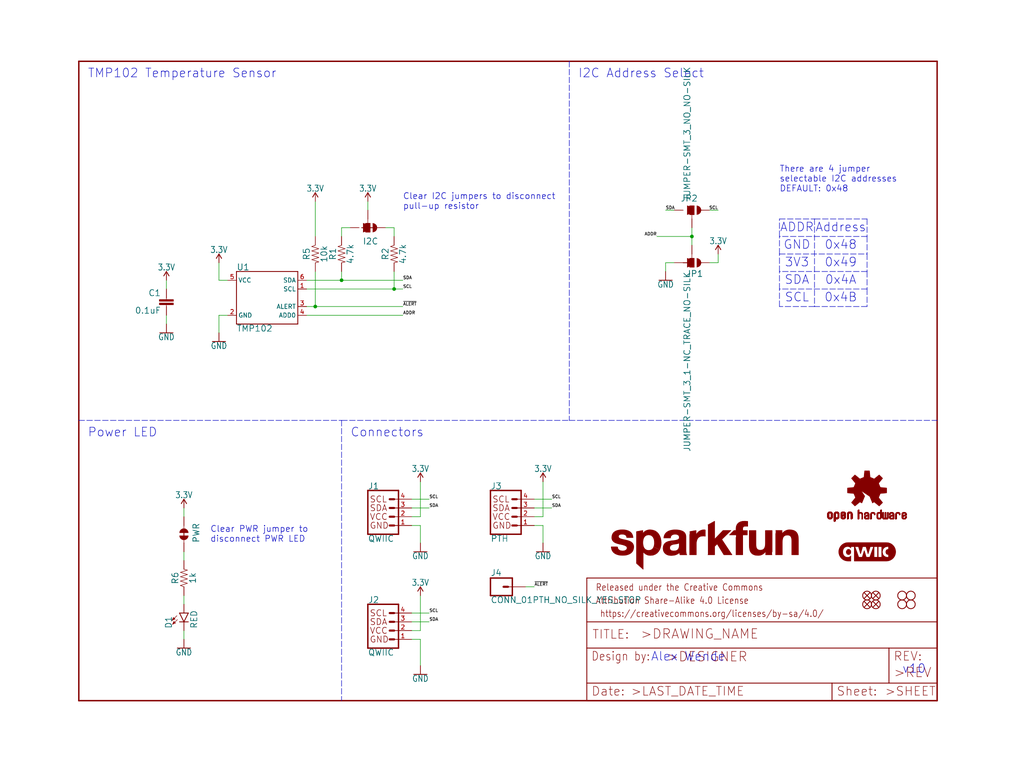
<source format=kicad_sch>
(kicad_sch (version 20211123) (generator eeschema)
  (paper "User" 297.002 223.926)
  (lib_symbols
    (symbol "eagleSchem-eagle-import:0.1UF-0603-25V-(+80{slash}-20%)"
      (property "Reference" "C" (at 1.524 2.921 0))
      (property "Value" "0.1UF-0603-25V-(+80{slash}-20%)" (at 1.524 -2.159 0))
      (symbol "0.1UF-0603-25V-(+80{slash}-20%)_1_0"
        (pin passive line (at 0 5.08 270) (length 2.54) (name "1") (number "1"))
        (pin passive line (at 0 -2.54 90) (length 2.54) (name "2") (number "2"))
      )
    )
    (symbol "eagleSchem-eagle-import:10KOHM-0603-1{slash}10W-1%"
      (property "Reference" "R" (at 0 1.524 0))
      (property "Value" "10KOHM-0603-1{slash}10W-1%" (at 0 -1.524 0))
      (symbol "10KOHM-0603-1{slash}10W-1%_1_0"
        (pin passive line (at -5.08 0 0) (length 2.54) (name "1") (number "1"))
        (pin passive line (at 5.08 0 180) (length 2.54) (name "2") (number "2"))
      )
    )
    (symbol "eagleSchem-eagle-import:1KOHM-0603-1{slash}10W-1%"
      (property "Reference" "R" (at 0 1.524 0))
      (property "Value" "1KOHM-0603-1{slash}10W-1%" (at 0 -1.524 0))
      (symbol "1KOHM-0603-1{slash}10W-1%_1_0"
        (pin passive line (at -5.08 0 0) (length 2.54) (name "1") (number "1"))
        (pin passive line (at 5.08 0 180) (length 2.54) (name "2") (number "2"))
      )
    )
    (symbol "eagleSchem-eagle-import:3.3V" (power)
      (property "Value" "3.3V" (at 0 2.794 0))
      (symbol "3.3V_1_0"
        (pin power_in line (at 0 0 90) (length 2.54) (name "3.3V") (number "1"))
      )
    )
    (symbol "eagleSchem-eagle-import:4.7KOHM-0603-1{slash}10W-1%"
      (property "Reference" "R" (at 0 1.524 0))
      (property "Value" "4.7KOHM-0603-1{slash}10W-1%" (at 0 -1.524 0))
      (symbol "4.7KOHM-0603-1{slash}10W-1%_1_0"
        (pin passive line (at -5.08 0 0) (length 2.54) (name "1") (number "1"))
        (pin passive line (at 5.08 0 180) (length 2.54) (name "2") (number "2"))
      )
    )
    (symbol "eagleSchem-eagle-import:CONN_01PTH_NO_SILK_YES_STOP"
      (property "Reference" "J" (at -2.54 3.048 0))
      (property "Value" "CONN_01PTH_NO_SILK_YES_STOP" (at -2.54 -4.826 0))
      (symbol "CONN_01PTH_NO_SILK_YES_STOP_1_0"
        (pin passive line (at 7.62 0 180) (length 5.08) (name "1") (number "1"))
      )
    )
    (symbol "eagleSchem-eagle-import:FIDUCIALUFIDUCIAL")
    (symbol "eagleSchem-eagle-import:FRAME-LETTER"
      (symbol "FRAME-LETTER_2_0"
        (text " https://creativecommons.org/licenses/by-sa/4.0/" (at 2.54 24.13 0) (effects (font (size 1.9304 1.6408)) (justify left bottom)))
        (text ">DESIGNER" (at 23.114 11.176 0) (effects (font (size 2.7432 2.7432)) (justify left bottom)))
        (text ">DRAWING_NAME" (at 15.494 17.78 0) (effects (font (size 2.7432 2.7432)) (justify left bottom)))
        (text ">LAST_DATE_TIME" (at 12.7 1.27 0) (effects (font (size 2.54 2.54)) (justify left bottom)))
        (text ">REV" (at 88.9 6.604 0) (effects (font (size 2.7432 2.7432)) (justify left bottom)))
        (text ">SHEET" (at 86.36 1.27 0) (effects (font (size 2.54 2.54)) (justify left bottom)))
        (text "Attribution Share-Alike 4.0 License" (at 2.54 27.94 0) (effects (font (size 1.9304 1.6408)) (justify left bottom)))
        (text "Date:" (at 1.27 1.27 0) (effects (font (size 2.54 2.54)) (justify left bottom)))
        (text "Design by:" (at 1.27 11.43 0) (effects (font (size 2.54 2.159)) (justify left bottom)))
        (text "Released under the Creative Commons" (at 2.54 31.75 0) (effects (font (size 1.9304 1.6408)) (justify left bottom)))
        (text "REV:" (at 88.9 11.43 0) (effects (font (size 2.54 2.54)) (justify left bottom)))
        (text "Sheet:" (at 72.39 1.27 0) (effects (font (size 2.54 2.54)) (justify left bottom)))
        (text "TITLE:" (at 1.524 17.78 0) (effects (font (size 2.54 2.54)) (justify left bottom)))
      )
    )
    (symbol "eagleSchem-eagle-import:GND" (power)
      (property "Value" "GND" (at 0 -0.254 0))
      (symbol "GND_1_0"
        (pin power_in line (at 0 2.54 270) (length 2.54) (name "GND") (number "1"))
      )
    )
    (symbol "eagleSchem-eagle-import:I2C_STANDARD_NO_SILK"
      (property "Reference" "J" (at -5.08 7.874 0))
      (property "Value" "I2C_STANDARD_NO_SILK" (at -5.08 -5.334 0))
      (symbol "I2C_STANDARD_NO_SILK_1_0"
        (text "GND" (at -4.572 -2.54 0) (effects (font (size 1.778 1.778)) (justify left)))
        (text "SCL" (at -4.572 5.08 0) (effects (font (size 1.778 1.778)) (justify left)))
        (text "SDA" (at -4.572 2.54 0) (effects (font (size 1.778 1.778)) (justify left)))
        (text "VCC" (at -4.572 0 0) (effects (font (size 1.778 1.778)) (justify left)))
        (pin power_in line (at 7.62 -2.54 180) (length 5.08) (name "1") (number "1"))
        (pin power_in line (at 7.62 0 180) (length 5.08) (name "2") (number "2"))
        (pin passive line (at 7.62 2.54 180) (length 5.08) (name "3") (number "3"))
        (pin passive line (at 7.62 5.08 180) (length 5.08) (name "4") (number "4"))
      )
    )
    (symbol "eagleSchem-eagle-import:JUMPER-SMT_2_NC_TRACE_SILK"
      (property "Reference" "JP" (at -2.54 2.54 0))
      (property "Value" "JUMPER-SMT_2_NC_TRACE_SILK" (at -2.54 -2.54 0))
      (symbol "JUMPER-SMT_2_NC_TRACE_SILK_1_0"
        (pin passive line (at -5.08 0 0) (length 2.54) (name "1") (number "1"))
        (pin passive line (at 5.08 0 180) (length 2.54) (name "2") (number "2"))
      )
    )
    (symbol "eagleSchem-eagle-import:JUMPER-SMT_3_1-NC_TRACE_NO-SILK"
      (property "Reference" "JP" (at 2.54 0.381 0))
      (property "Value" "JUMPER-SMT_3_1-NC_TRACE_NO-SILK" (at 2.54 -0.381 0))
      (symbol "JUMPER-SMT_3_1-NC_TRACE_NO-SILK_1_0"
        (pin passive line (at 0 5.08 270) (length 2.54) (name "1") (number "1"))
        (pin passive line (at -5.08 0 0) (length 2.54) (name "2") (number "2"))
        (pin passive line (at 0 -5.08 90) (length 2.54) (name "3") (number "3"))
      )
    )
    (symbol "eagleSchem-eagle-import:JUMPER-SMT_3_2-NC_TRACE_SILK"
      (property "Reference" "JP" (at 2.54 0.381 0))
      (property "Value" "JUMPER-SMT_3_2-NC_TRACE_SILK" (at 2.54 -0.381 0))
      (symbol "JUMPER-SMT_3_2-NC_TRACE_SILK_1_0"
        (pin passive line (at 0 5.08 270) (length 2.54) (name "1") (number "1"))
        (pin passive line (at -5.08 0 0) (length 2.54) (name "2") (number "2"))
        (pin passive line (at 0 -5.08 90) (length 2.54) (name "3") (number "3"))
      )
    )
    (symbol "eagleSchem-eagle-import:JUMPER-SMT_3_NO_NO-SILK"
      (property "Reference" "JP" (at 2.54 0.381 0))
      (property "Value" "JUMPER-SMT_3_NO_NO-SILK" (at 2.54 -0.381 0))
      (symbol "JUMPER-SMT_3_NO_NO-SILK_1_0"
        (pin passive line (at 0 5.08 270) (length 2.54) (name "1") (number "1"))
        (pin passive line (at -5.08 0 0) (length 2.54) (name "2") (number "2"))
        (pin passive line (at 0 -5.08 90) (length 2.54) (name "3") (number "3"))
      )
    )
    (symbol "eagleSchem-eagle-import:LED-RED0603"
      (property "Reference" "D" (at -3.429 -4.572 90))
      (property "Value" "LED-RED0603" (at 1.905 -4.572 90))
      (symbol "LED-RED0603_1_0"
        (pin passive line (at 0 2.54 270) (length 2.54) (name "A") (number "A"))
        (pin passive line (at 0 -5.08 90) (length 2.54) (name "C") (number "C"))
      )
    )
    (symbol "eagleSchem-eagle-import:OSHW-LOGOS")
    (symbol "eagleSchem-eagle-import:QWIIC_CONNECTORJS-1MM"
      (property "Reference" "J" (at -5.08 7.874 0))
      (property "Value" "QWIIC_CONNECTORJS-1MM" (at -5.08 -5.334 0))
      (symbol "QWIIC_CONNECTORJS-1MM_1_0"
        (text "GND" (at -4.572 -2.54 0) (effects (font (size 1.778 1.778)) (justify left)))
        (text "SCL" (at -4.572 5.08 0) (effects (font (size 1.778 1.778)) (justify left)))
        (text "SDA" (at -4.572 2.54 0) (effects (font (size 1.778 1.778)) (justify left)))
        (text "VCC" (at -4.572 0 0) (effects (font (size 1.778 1.778)) (justify left)))
        (pin power_in line (at 7.62 -2.54 180) (length 5.08) (name "1") (number "1"))
        (pin power_in line (at 7.62 0 180) (length 5.08) (name "2") (number "2"))
        (pin passive line (at 7.62 2.54 180) (length 5.08) (name "3") (number "3"))
        (pin passive line (at 7.62 5.08 180) (length 5.08) (name "4") (number "4"))
      )
    )
    (symbol "eagleSchem-eagle-import:QWIIC_LOGO_5MM")
    (symbol "eagleSchem-eagle-import:SFE_LOGO_NAME.1_INCH")
    (symbol "eagleSchem-eagle-import:STAND-OFF")
    (symbol "eagleSchem-eagle-import:TMP102"
      (property "Reference" "U" (at -10.16 7.874 0))
      (property "Value" "TMP102" (at -10.16 -7.874 0))
      (symbol "TMP102_1_0"
        (pin bidirectional line (at 10.16 2.54 180) (length 2.54) (name "SCL") (number "1"))
        (pin bidirectional line (at -12.7 -5.08 0) (length 2.54) (name "GND") (number "2"))
        (pin bidirectional line (at 10.16 -2.54 180) (length 2.54) (name "ALERT") (number "3"))
        (pin bidirectional line (at 10.16 -5.08 180) (length 2.54) (name "ADD0") (number "4"))
        (pin bidirectional line (at -12.7 5.08 0) (length 2.54) (name "VCC") (number "5"))
        (pin bidirectional line (at 10.16 5.08 180) (length 2.54) (name "SDA") (number "6"))
      )
    )
  )
  (junction (at 99.06 81.28))
  (junction (at 200.66 68.58))
  (junction (at 114.3 83.82))
  (junction (at 91.44 88.9))
  (wire (pts (xy 208.28 73.66) (xy 208.28 76.2)))
  (wire (pts (xy 121.92 182.88) (xy 121.92 172.72)))
  (polyline (pts (xy 251.46 88.9) (xy 236.22 88.9)))
  (wire (pts (xy 99.06 66.04) (xy 99.06 68.58)))
  (polyline (pts (xy 251.46 73.66) (xy 251.46 78.74)))
  (wire (pts (xy 121.92 185.42) (xy 121.92 193.04)))
  (wire (pts (xy 101.6 66.04) (xy 99.06 66.04)))
  (wire (pts (xy 157.48 152.4) (xy 157.48 157.48)))
  (polyline (pts (xy 236.22 63.5) (xy 236.22 88.9)))
  (polyline (pts (xy 165.1 121.92) (xy 271.78 121.92)))
  (polyline (pts (xy 251.46 78.74) (xy 226.06 78.74)))
  (wire (pts (xy 53.34 182.88) (xy 53.34 185.42)))
  (wire (pts (xy 119.38 180.34) (xy 124.46 180.34)))
  (wire (pts (xy 121.92 149.86) (xy 121.92 139.7)))
  (wire (pts (xy 88.9 81.28) (xy 99.06 81.28)))
  (wire (pts (xy 200.66 68.58) (xy 200.66 71.12)))
  (wire (pts (xy 119.38 177.8) (xy 124.46 177.8)))
  (wire (pts (xy 200.66 66.04) (xy 200.66 68.58)))
  (polyline (pts (xy 226.06 73.66) (xy 226.06 68.58)))
  (wire (pts (xy 48.26 81.28) (xy 48.26 83.82)))
  (polyline (pts (xy 251.46 68.58) (xy 251.46 73.66)))
  (wire (pts (xy 114.3 66.04) (xy 114.3 68.58)))
  (wire (pts (xy 53.34 162.56) (xy 53.34 160.02)))
  (polyline (pts (xy 99.06 121.92) (xy 165.1 121.92)))
  (polyline (pts (xy 251.46 83.82) (xy 226.06 83.82)))
  (wire (pts (xy 66.04 81.28) (xy 63.5 81.28)))
  (wire (pts (xy 119.38 147.32) (xy 124.46 147.32)))
  (wire (pts (xy 88.9 88.9) (xy 91.44 88.9)))
  (wire (pts (xy 157.48 149.86) (xy 157.48 139.7)))
  (wire (pts (xy 119.38 185.42) (xy 121.92 185.42)))
  (polyline (pts (xy 251.46 68.58) (xy 226.06 68.58)))
  (wire (pts (xy 63.5 81.28) (xy 63.5 76.2)))
  (polyline (pts (xy 236.22 63.5) (xy 251.46 63.5)))
  (polyline (pts (xy 226.06 63.5) (xy 236.22 63.5)))
  (polyline (pts (xy 226.06 68.58) (xy 226.06 63.5)))
  (wire (pts (xy 91.44 88.9) (xy 116.84 88.9)))
  (polyline (pts (xy 226.06 78.74) (xy 226.06 73.66)))
  (wire (pts (xy 88.9 91.44) (xy 116.84 91.44)))
  (wire (pts (xy 119.38 144.78) (xy 124.46 144.78)))
  (polyline (pts (xy 251.46 78.74) (xy 251.46 83.82)))
  (wire (pts (xy 114.3 83.82) (xy 116.84 83.82)))
  (wire (pts (xy 154.94 149.86) (xy 157.48 149.86)))
  (polyline (pts (xy 226.06 83.82) (xy 226.06 78.74)))
  (wire (pts (xy 121.92 152.4) (xy 121.92 157.48)))
  (polyline (pts (xy 22.86 121.92) (xy 99.06 121.92)))
  (wire (pts (xy 195.58 60.96) (xy 193.04 60.96)))
  (wire (pts (xy 205.74 60.96) (xy 208.28 60.96)))
  (wire (pts (xy 99.06 81.28) (xy 116.84 81.28)))
  (wire (pts (xy 119.38 152.4) (xy 121.92 152.4)))
  (polyline (pts (xy 226.06 73.66) (xy 251.46 73.66)))
  (wire (pts (xy 114.3 83.82) (xy 114.3 78.74)))
  (wire (pts (xy 195.58 76.2) (xy 193.04 76.2)))
  (wire (pts (xy 63.5 91.44) (xy 63.5 96.52)))
  (wire (pts (xy 48.26 93.98) (xy 48.26 91.44)))
  (wire (pts (xy 154.94 144.78) (xy 160.02 144.78)))
  (wire (pts (xy 200.66 68.58) (xy 190.5 68.58)))
  (wire (pts (xy 53.34 149.86) (xy 53.34 147.32)))
  (wire (pts (xy 91.44 68.58) (xy 91.44 58.42)))
  (wire (pts (xy 208.28 76.2) (xy 205.74 76.2)))
  (polyline (pts (xy 99.06 121.92) (xy 99.06 203.2)))
  (wire (pts (xy 53.34 172.72) (xy 53.34 175.26)))
  (polyline (pts (xy 251.46 83.82) (xy 251.46 88.9)))
  (polyline (pts (xy 226.06 88.9) (xy 226.06 83.82)))
  (wire (pts (xy 154.94 152.4) (xy 157.48 152.4)))
  (polyline (pts (xy 236.22 88.9) (xy 226.06 88.9)))
  (wire (pts (xy 91.44 78.74) (xy 91.44 88.9)))
  (wire (pts (xy 119.38 149.86) (xy 121.92 149.86)))
  (wire (pts (xy 66.04 91.44) (xy 63.5 91.44)))
  (wire (pts (xy 152.4 170.18) (xy 154.94 170.18)))
  (wire (pts (xy 119.38 182.88) (xy 121.92 182.88)))
  (wire (pts (xy 193.04 76.2) (xy 193.04 78.74)))
  (polyline (pts (xy 165.1 17.78) (xy 165.1 121.92)))
  (wire (pts (xy 111.76 66.04) (xy 114.3 66.04)))
  (wire (pts (xy 88.9 83.82) (xy 114.3 83.82)))
  (wire (pts (xy 154.94 147.32) (xy 160.02 147.32)))
  (polyline (pts (xy 251.46 63.5) (xy 251.46 68.58)))
  (wire (pts (xy 106.68 60.96) (xy 106.68 58.42)))
  (wire (pts (xy 99.06 81.28) (xy 99.06 78.74)))
  (text "TMP102 Temperature Sensor" (at 25.4 22.86 180) (effects (font (size 2.54 2.54)) (justify left bottom)))
  (text "ADDR" (at 231.14 66.04 180) (effects (font (size 2.54 2.54))))
  (text "0x4A" (at 243.84 81.28 180) (effects (font (size 2.54 2.54))))
  (text "Address" (at 243.84 66.04 180) (effects (font (size 2.54 2.54))))
  (text "v10" (at 261.62 195.58 180) (effects (font (size 2.54 2.54)) (justify left bottom)))
  (text "Clear PWR jumper to\ndisconnect PWR LED" (at 60.96 157.48 180) (effects (font (size 1.778 1.778)) (justify left bottom)))
  (text "SCL" (at 231.14 86.36 180) (effects (font (size 2.54 2.54))))
  (text "I2C Address Select" (at 167.64 22.86 180) (effects (font (size 2.54 2.54)) (justify left bottom)))
  (text "Alex Wende" (at 188.722 192.024 180) (effects (font (size 2.54 2.54)) (justify left bottom)))
  (text "0x49" (at 243.84 76.2 180) (effects (font (size 2.54 2.54))))
  (text "Connectors" (at 101.6 127 180) (effects (font (size 2.54 2.54)) (justify left bottom)))
  (text "0x4B" (at 243.84 86.36 180) (effects (font (size 2.54 2.54))))
  (text "GND" (at 231.14 71.12 180) (effects (font (size 2.54 2.54))))
  (text "3V3" (at 231.14 76.2 180) (effects (font (size 2.54 2.54))))
  (text "Power LED" (at 25.4 127 180) (effects (font (size 2.54 2.54)) (justify left bottom)))
  (text "There are 4 jumper\nselectable I2C addresses\nDEFAULT: 0x48" (at 226.06 55.88 0) (effects (font (size 1.778 1.778)) (justify left bottom)))
  (text "0x48" (at 243.84 71.12 180) (effects (font (size 2.54 2.54))))
  (text "SDA" (at 231.14 81.28 180) (effects (font (size 2.54 2.54))))
  (text "Clear I2C jumpers to disconnect\npull-up resistor" (at 116.84 60.96 180) (effects (font (size 1.778 1.778)) (justify left bottom)))
  (label "SCL" (at 208.28 60.96 180) (effects (font (size 0.889 0.889))))
  (label "SCL" (at 124.46 144.78 0) (effects (font (size 0.889 0.889))))
  (label "SDA" (at 124.46 147.32 0) (effects (font (size 0.889 0.889))))
  (label "ADDR" (at 190.5 68.58 180) (effects (font (size 0.889 0.889))))
  (label "~{ALERT}" (at 154.94 170.18 0) (effects (font (size 0.889 0.889))))
  (label "SDA" (at 193.04 60.96 0) (effects (font (size 0.889 0.889))))
  (label "SDA" (at 124.46 180.34 0) (effects (font (size 0.889 0.889))))
  (label "SCL" (at 116.84 83.82 0) (effects (font (size 0.889 0.889))))
  (label "ADDR" (at 116.84 91.44 0) (effects (font (size 0.889 0.889))))
  (label "SDA" (at 116.84 81.28 0) (effects (font (size 0.889 0.889))))
  (label "~{ALERT}" (at 116.84 88.9 0) (effects (font (size 0.889 0.889))))
  (label "SCL" (at 124.46 177.8 0) (effects (font (size 0.889 0.889))))
  (label "SCL" (at 160.02 144.78 0) (effects (font (size 0.889 0.889))))
  (label "SDA" (at 160.02 147.32 0) (effects (font (size 0.889 0.889))))
  (symbol (lib_id "eagleSchem-eagle-import:GND") (at 193.04 81.28 0) (unit 1)
    (property "Reference" "#GND3" (effects hide))
    (property "Value" "GND" (at 193.04 81.534 0) (effects (font (size 1.778 1.5113)) (justify top)))
    (property "Footprint" "eagleSchem:" (effects hide))
  )
  (symbol (lib_id "eagleSchem-eagle-import:JUMPER-SMT_3_1-NC_TRACE_NO-SILK") (at 200.66 76.2 270) (unit 1)
    (property "Reference" "JP1" (at 198.882 80.391 90) (effects (font (size 1.778 1.778)) (justify left bottom)))
    (property "Value" "JUMPER-SMT_3_1-NC_TRACE_NO-SILK" (at 200.279 78.74 0) (effects (font (size 1.778 1.778)) (justify left top)))
    (property "Footprint" "eagleSchem:SMT-JUMPER_3_1-NC_TRACE_NO-SILK" (effects hide))
  )
  (symbol (lib_id "eagleSchem-eagle-import:SFE_LOGO_NAME.1_INCH") (at 175.26 165.1 0) (unit 1)
    (property "Reference" "LOGO1" (effects hide))
    (property "Value" "SFE_LOGO_NAME.1_INCH" (effects hide))
    (property "Footprint" "eagleSchem:SFE_LOGO_NAME_.1" (effects hide))
  )
  (symbol (lib_id "eagleSchem-eagle-import:FRAME-LETTER") (at 22.86 203.2 0) (unit 1)
    (property "Reference" "FRAME1" (effects hide))
    (property "Value" "FRAME-LETTER" (effects hide))
    (property "Footprint" "eagleSchem:CREATIVE_COMMONS" (effects hide))
  )
  (symbol (lib_id "eagleSchem-eagle-import:GND") (at 121.92 195.58 0) (unit 1)
    (property "Reference" "#GND7" (effects hide))
    (property "Value" "GND" (at 121.92 195.834 0) (effects (font (size 1.778 1.5113)) (justify top)))
    (property "Footprint" "eagleSchem:" (effects hide))
  )
  (symbol (lib_id "eagleSchem-eagle-import:STAND-OFF") (at 261.62 172.72 0) (unit 1)
    (property "Reference" "H4" (effects hide))
    (property "Value" "STAND-OFF" (effects hide))
    (property "Footprint" "eagleSchem:STAND-OFF" (effects hide))
  )
  (symbol (lib_id "eagleSchem-eagle-import:0.1UF-0603-25V-(+80{slash}-20%)") (at 48.26 88.9 0) (mirror y) (unit 1)
    (property "Reference" "C1" (at 46.736 85.979 0) (effects (font (size 1.778 1.778)) (justify left bottom)))
    (property "Value" "0.1uF" (at 46.736 91.059 0) (effects (font (size 1.778 1.778)) (justify left bottom)))
    (property "Footprint" "eagleSchem:0603" (effects hide))
  )
  (symbol (lib_id "eagleSchem-eagle-import:JUMPER-SMT_2_NC_TRACE_SILK") (at 53.34 154.94 90) (unit 1)
    (property "Reference" "JP4" (effects hide))
    (property "Value" "PWR" (at 55.88 157.48 0) (effects (font (size 1.778 1.778)) (justify left top)))
    (property "Footprint" "eagleSchem:SMT-JUMPER_2_NC_TRACE_SILK" (effects hide))
  )
  (symbol (lib_id "eagleSchem-eagle-import:4.7KOHM-0603-1{slash}10W-1%") (at 114.3 73.66 90) (mirror x) (unit 1)
    (property "Reference" "R2" (at 112.776 73.66 0) (effects (font (size 1.778 1.778)) (justify bottom)))
    (property "Value" "4.7k" (at 115.824 73.66 0) (effects (font (size 1.778 1.778)) (justify top)))
    (property "Footprint" "eagleSchem:0603" (effects hide))
  )
  (symbol (lib_id "eagleSchem-eagle-import:3.3V") (at 121.92 139.7 0) (unit 1)
    (property "Reference" "#SUPPLY7" (effects hide))
    (property "Value" "3.3V" (at 121.92 136.906 0) (effects (font (size 1.778 1.5113)) (justify bottom)))
    (property "Footprint" "eagleSchem:" (effects hide))
  )
  (symbol (lib_id "eagleSchem-eagle-import:QWIIC_CONNECTORJS-1MM") (at 111.76 182.88 0) (unit 1)
    (property "Reference" "J2" (at 106.68 175.006 0) (effects (font (size 1.778 1.778)) (justify left bottom)))
    (property "Value" "QWIIC" (at 106.68 188.214 0) (effects (font (size 1.778 1.778)) (justify left top)))
    (property "Footprint" "eagleSchem:JST04_1MM_RA" (effects hide))
  )
  (symbol (lib_id "eagleSchem-eagle-import:GND") (at 53.34 187.96 0) (unit 1)
    (property "Reference" "#GND4" (effects hide))
    (property "Value" "GND" (at 53.34 188.214 0) (effects (font (size 1.778 1.5113)) (justify top)))
    (property "Footprint" "eagleSchem:" (effects hide))
  )
  (symbol (lib_id "eagleSchem-eagle-import:GND") (at 157.48 160.02 0) (unit 1)
    (property "Reference" "#GND6" (effects hide))
    (property "Value" "GND" (at 157.48 160.274 0) (effects (font (size 1.778 1.5113)) (justify top)))
    (property "Footprint" "eagleSchem:" (effects hide))
  )
  (symbol (lib_id "eagleSchem-eagle-import:GND") (at 121.92 160.02 0) (unit 1)
    (property "Reference" "#GND5" (effects hide))
    (property "Value" "GND" (at 121.92 160.274 0) (effects (font (size 1.778 1.5113)) (justify top)))
    (property "Footprint" "eagleSchem:" (effects hide))
  )
  (symbol (lib_id "eagleSchem-eagle-import:GND") (at 48.26 96.52 0) (unit 1)
    (property "Reference" "#GND1" (effects hide))
    (property "Value" "GND" (at 48.26 96.774 0) (effects (font (size 1.778 1.5113)) (justify top)))
    (property "Footprint" "eagleSchem:" (effects hide))
  )
  (symbol (lib_id "eagleSchem-eagle-import:1KOHM-0603-1{slash}10W-1%") (at 53.34 167.64 90) (unit 1)
    (property "Reference" "R6" (at 51.816 167.64 0) (effects (font (size 1.778 1.778)) (justify bottom)))
    (property "Value" "1k" (at 54.864 167.64 0) (effects (font (size 1.778 1.778)) (justify top)))
    (property "Footprint" "eagleSchem:0603" (effects hide))
  )
  (symbol (lib_id "eagleSchem-eagle-import:LED-RED0603") (at 53.34 177.8 0) (unit 1)
    (property "Reference" "D1" (at 49.911 182.372 90) (effects (font (size 1.778 1.778)) (justify left bottom)))
    (property "Value" "RED" (at 55.245 182.372 90) (effects (font (size 1.778 1.778)) (justify left top)))
    (property "Footprint" "eagleSchem:LED-0603" (effects hide))
  )
  (symbol (lib_id "eagleSchem-eagle-import:JUMPER-SMT_3_2-NC_TRACE_SILK") (at 106.68 66.04 270) (unit 1)
    (property "Reference" "JP3" (effects hide))
    (property "Value" "I2C" (at 105.156 68.961 90) (effects (font (size 1.778 1.778)) (justify left top)))
    (property "Footprint" "eagleSchem:SMT-JUMPER_3_2-NC_TRACE_SILK" (effects hide))
  )
  (symbol (lib_id "eagleSchem-eagle-import:3.3V") (at 63.5 76.2 0) (unit 1)
    (property "Reference" "#SUPPLY4" (effects hide))
    (property "Value" "3.3V" (at 63.5 73.406 0) (effects (font (size 1.778 1.5113)) (justify bottom)))
    (property "Footprint" "eagleSchem:" (effects hide))
  )
  (symbol (lib_id "eagleSchem-eagle-import:FIDUCIALUFIDUCIAL") (at 254 175.26 0) (unit 1)
    (property "Reference" "FD2" (effects hide))
    (property "Value" "FIDUCIALUFIDUCIAL" (effects hide))
    (property "Footprint" "eagleSchem:FIDUCIAL-MICRO" (effects hide))
  )
  (symbol (lib_id "eagleSchem-eagle-import:GND") (at 63.5 99.06 0) (unit 1)
    (property "Reference" "#GND2" (effects hide))
    (property "Value" "GND" (at 63.5 99.314 0) (effects (font (size 1.778 1.5113)) (justify top)))
    (property "Footprint" "eagleSchem:" (effects hide))
  )
  (symbol (lib_id "eagleSchem-eagle-import:OSHW-LOGOS") (at 251.46 142.24 0) (unit 1)
    (property "Reference" "LOGO3" (effects hide))
    (property "Value" "OSHW-LOGOS" (effects hide))
    (property "Footprint" "eagleSchem:OSHW-LOGO-S" (effects hide))
  )
  (symbol (lib_id "eagleSchem-eagle-import:3.3V") (at 48.26 81.28 0) (unit 1)
    (property "Reference" "#SUPPLY6" (effects hide))
    (property "Value" "3.3V" (at 48.26 78.486 0) (effects (font (size 1.778 1.5113)) (justify bottom)))
    (property "Footprint" "eagleSchem:" (effects hide))
  )
  (symbol (lib_id "eagleSchem-eagle-import:JUMPER-SMT_3_NO_NO-SILK") (at 200.66 60.96 270) (mirror x) (unit 1)
    (property "Reference" "JP2" (at 202.438 58.547 90) (effects (font (size 1.778 1.778)) (justify right top)))
    (property "Value" "JUMPER-SMT_3_NO_NO-SILK" (at 200.279 58.42 0) (effects (font (size 1.778 1.778)) (justify left top)))
    (property "Footprint" "eagleSchem:SMT-JUMPER_3_NO_NO-SILK" (effects hide))
  )
  (symbol (lib_id "eagleSchem-eagle-import:I2C_STANDARD_NO_SILK") (at 147.32 149.86 0) (unit 1)
    (property "Reference" "J3" (at 142.24 141.986 0) (effects (font (size 1.778 1.778)) (justify left bottom)))
    (property "Value" "PTH" (at 142.24 155.194 0) (effects (font (size 1.778 1.778)) (justify left top)))
    (property "Footprint" "eagleSchem:1X04_NO_SILK" (effects hide))
  )
  (symbol (lib_id "eagleSchem-eagle-import:TMP102") (at 78.74 86.36 0) (unit 1)
    (property "Reference" "U1" (at 68.58 78.486 0) (effects (font (size 1.778 1.778)) (justify left bottom)))
    (property "Value" "TMP102" (at 68.58 94.234 0) (effects (font (size 1.778 1.778)) (justify left top)))
    (property "Footprint" "eagleSchem:SOT563" (effects hide))
  )
  (symbol (lib_id "eagleSchem-eagle-import:FIDUCIALUFIDUCIAL") (at 251.46 175.26 0) (unit 1)
    (property "Reference" "FD3" (effects hide))
    (property "Value" "FIDUCIALUFIDUCIAL" (effects hide))
    (property "Footprint" "eagleSchem:FIDUCIAL-MICRO" (effects hide))
  )
  (symbol (lib_id "eagleSchem-eagle-import:CONN_01PTH_NO_SILK_YES_STOP") (at 144.78 170.18 0) (unit 1)
    (property "Reference" "J4" (at 142.24 167.132 0) (effects (font (size 1.778 1.778)) (justify left bottom)))
    (property "Value" "CONN_01PTH_NO_SILK_YES_STOP" (at 142.24 175.006 0) (effects (font (size 1.778 1.778)) (justify left bottom)))
    (property "Footprint" "eagleSchem:1X01_NO_SILK" (effects hide))
  )
  (symbol (lib_id "eagleSchem-eagle-import:3.3V") (at 157.48 139.7 0) (unit 1)
    (property "Reference" "#SUPPLY8" (effects hide))
    (property "Value" "3.3V" (at 157.48 136.906 0) (effects (font (size 1.778 1.5113)) (justify bottom)))
    (property "Footprint" "eagleSchem:" (effects hide))
  )
  (symbol (lib_id "eagleSchem-eagle-import:STAND-OFF") (at 264.16 172.72 0) (unit 1)
    (property "Reference" "H1" (effects hide))
    (property "Value" "STAND-OFF" (effects hide))
    (property "Footprint" "eagleSchem:STAND-OFF" (effects hide))
  )
  (symbol (lib_id "eagleSchem-eagle-import:STAND-OFF") (at 264.16 175.26 0) (unit 1)
    (property "Reference" "H2" (effects hide))
    (property "Value" "STAND-OFF" (effects hide))
    (property "Footprint" "eagleSchem:STAND-OFF" (effects hide))
  )
  (symbol (lib_id "eagleSchem-eagle-import:QWIIC_LOGO_5MM") (at 251.46 160.02 0) (unit 1)
    (property "Reference" "LOGO2" (effects hide))
    (property "Value" "QWIIC_LOGO_5MM" (effects hide))
    (property "Footprint" "eagleSchem:QWIIC_5MM" (effects hide))
  )
  (symbol (lib_id "eagleSchem-eagle-import:3.3V") (at 91.44 58.42 0) (unit 1)
    (property "Reference" "#SUPPLY3" (effects hide))
    (property "Value" "3.3V" (at 91.44 55.626 0) (effects (font (size 1.778 1.5113)) (justify bottom)))
    (property "Footprint" "eagleSchem:" (effects hide))
  )
  (symbol (lib_id "eagleSchem-eagle-import:3.3V") (at 208.28 73.66 0) (unit 1)
    (property "Reference" "#SUPPLY5" (effects hide))
    (property "Value" "3.3V" (at 208.28 70.866 0) (effects (font (size 1.778 1.5113)) (justify bottom)))
    (property "Footprint" "eagleSchem:" (effects hide))
  )
  (symbol (lib_id "eagleSchem-eagle-import:QWIIC_CONNECTORJS-1MM") (at 111.76 149.86 0) (unit 1)
    (property "Reference" "J1" (at 106.68 141.986 0) (effects (font (size 1.778 1.778)) (justify left bottom)))
    (property "Value" "QWIIC" (at 106.68 155.194 0) (effects (font (size 1.778 1.778)) (justify left top)))
    (property "Footprint" "eagleSchem:JST04_1MM_RA" (effects hide))
  )
  (symbol (lib_id "eagleSchem-eagle-import:STAND-OFF") (at 261.62 175.26 0) (unit 1)
    (property "Reference" "H3" (effects hide))
    (property "Value" "STAND-OFF" (effects hide))
    (property "Footprint" "eagleSchem:STAND-OFF" (effects hide))
  )
  (symbol (lib_id "eagleSchem-eagle-import:FRAME-LETTER") (at 170.18 203.2 0) (unit 2)
    (property "Reference" "FRAME1" (effects hide))
    (property "Value" "FRAME-LETTER" (effects hide))
    (property "Footprint" "eagleSchem:CREATIVE_COMMONS" (effects hide))
  )
  (symbol (lib_id "eagleSchem-eagle-import:FIDUCIALUFIDUCIAL") (at 251.46 172.72 0) (unit 1)
    (property "Reference" "FD4" (effects hide))
    (property "Value" "FIDUCIALUFIDUCIAL" (effects hide))
    (property "Footprint" "eagleSchem:FIDUCIAL-MICRO" (effects hide))
  )
  (symbol (lib_id "eagleSchem-eagle-import:3.3V") (at 106.68 58.42 0) (unit 1)
    (property "Reference" "#SUPPLY2" (effects hide))
    (property "Value" "3.3V" (at 106.68 55.626 0) (effects (font (size 1.778 1.5113)) (justify bottom)))
    (property "Footprint" "eagleSchem:" (effects hide))
  )
  (symbol (lib_id "eagleSchem-eagle-import:10KOHM-0603-1{slash}10W-1%") (at 91.44 73.66 90) (mirror x) (unit 1)
    (property "Reference" "R5" (at 89.916 73.66 0) (effects (font (size 1.778 1.778)) (justify bottom)))
    (property "Value" "10k" (at 92.964 73.66 0) (effects (font (size 1.778 1.778)) (justify top)))
    (property "Footprint" "eagleSchem:0603" (effects hide))
  )
  (symbol (lib_id "eagleSchem-eagle-import:3.3V") (at 53.34 147.32 0) (unit 1)
    (property "Reference" "#SUPPLY1" (effects hide))
    (property "Value" "3.3V" (at 53.34 144.526 0) (effects (font (size 1.778 1.5113)) (justify bottom)))
    (property "Footprint" "eagleSchem:" (effects hide))
  )
  (symbol (lib_id "eagleSchem-eagle-import:FIDUCIALUFIDUCIAL") (at 254 172.72 0) (unit 1)
    (property "Reference" "FD1" (effects hide))
    (property "Value" "FIDUCIALUFIDUCIAL" (effects hide))
    (property "Footprint" "eagleSchem:FIDUCIAL-MICRO" (effects hide))
  )
  (symbol (lib_id "eagleSchem-eagle-import:4.7KOHM-0603-1{slash}10W-1%") (at 99.06 73.66 90) (mirror x) (unit 1)
    (property "Reference" "R1" (at 97.536 73.66 0) (effects (font (size 1.778 1.778)) (justify bottom)))
    (property "Value" "4.7k" (at 100.584 73.66 0) (effects (font (size 1.778 1.778)) (justify top)))
    (property "Footprint" "eagleSchem:0603" (effects hide))
  )
  (symbol (lib_id "eagleSchem-eagle-import:3.3V") (at 121.92 172.72 0) (unit 1)
    (property "Reference" "#SUPPLY9" (effects hide))
    (property "Value" "3.3V" (at 121.92 169.926 0) (effects (font (size 1.778 1.5113)) (justify bottom)))
    (property "Footprint" "eagleSchem:" (effects hide))
  )
)
</source>
